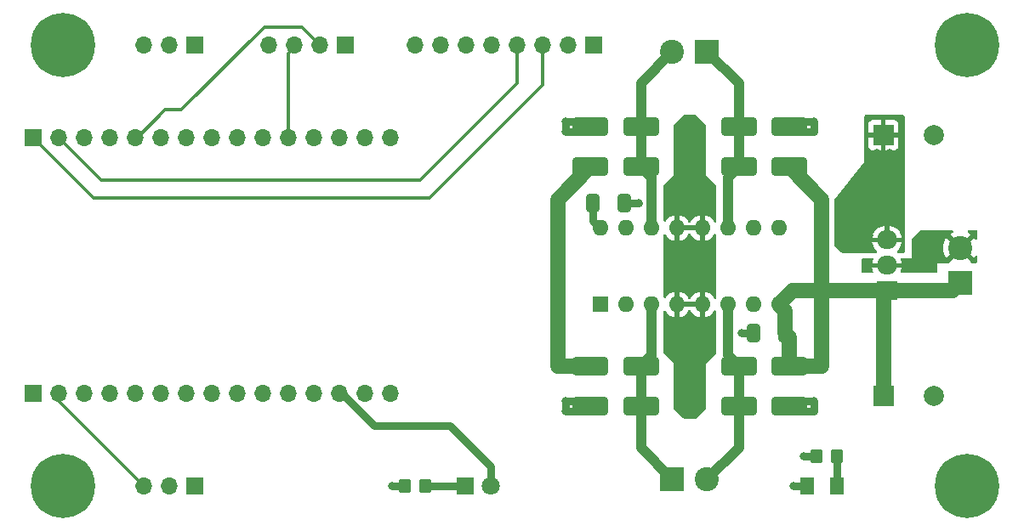
<source format=gbr>
%TF.GenerationSoftware,KiCad,Pcbnew,8.0.2*%
%TF.CreationDate,2024-05-31T22:22:53+03:00*%
%TF.ProjectId,mobrob,6d6f6272-6f62-42e6-9b69-6361645f7063,rev?*%
%TF.SameCoordinates,PX7bfa480PY6422c40*%
%TF.FileFunction,Copper,L1,Top*%
%TF.FilePolarity,Positive*%
%FSLAX46Y46*%
G04 Gerber Fmt 4.6, Leading zero omitted, Abs format (unit mm)*
G04 Created by KiCad (PCBNEW 8.0.2) date 2024-05-31 22:22:53*
%MOMM*%
%LPD*%
G01*
G04 APERTURE LIST*
G04 Aperture macros list*
%AMRoundRect*
0 Rectangle with rounded corners*
0 $1 Rounding radius*
0 $2 $3 $4 $5 $6 $7 $8 $9 X,Y pos of 4 corners*
0 Add a 4 corners polygon primitive as box body*
4,1,4,$2,$3,$4,$5,$6,$7,$8,$9,$2,$3,0*
0 Add four circle primitives for the rounded corners*
1,1,$1+$1,$2,$3*
1,1,$1+$1,$4,$5*
1,1,$1+$1,$6,$7*
1,1,$1+$1,$8,$9*
0 Add four rect primitives between the rounded corners*
20,1,$1+$1,$2,$3,$4,$5,0*
20,1,$1+$1,$4,$5,$6,$7,0*
20,1,$1+$1,$6,$7,$8,$9,0*
20,1,$1+$1,$8,$9,$2,$3,0*%
G04 Aperture macros list end*
%TA.AperFunction,ComponentPad*%
%ADD10R,2.400000X2.400000*%
%TD*%
%TA.AperFunction,ComponentPad*%
%ADD11C,2.400000*%
%TD*%
%TA.AperFunction,ComponentPad*%
%ADD12C,0.800000*%
%TD*%
%TA.AperFunction,ComponentPad*%
%ADD13C,6.400000*%
%TD*%
%TA.AperFunction,ComponentPad*%
%ADD14R,2.000000X2.000000*%
%TD*%
%TA.AperFunction,ComponentPad*%
%ADD15C,2.000000*%
%TD*%
%TA.AperFunction,SMDPad,CuDef*%
%ADD16RoundRect,0.250000X-1.500000X-0.650000X1.500000X-0.650000X1.500000X0.650000X-1.500000X0.650000X0*%
%TD*%
%TA.AperFunction,SMDPad,CuDef*%
%ADD17RoundRect,0.250000X0.412500X0.650000X-0.412500X0.650000X-0.412500X-0.650000X0.412500X-0.650000X0*%
%TD*%
%TA.AperFunction,ComponentPad*%
%ADD18R,1.800000X1.800000*%
%TD*%
%TA.AperFunction,ComponentPad*%
%ADD19C,1.800000*%
%TD*%
%TA.AperFunction,SMDPad,CuDef*%
%ADD20RoundRect,0.250000X0.350000X0.450000X-0.350000X0.450000X-0.350000X-0.450000X0.350000X-0.450000X0*%
%TD*%
%TA.AperFunction,SMDPad,CuDef*%
%ADD21RoundRect,0.250000X-0.412500X-0.650000X0.412500X-0.650000X0.412500X0.650000X-0.412500X0.650000X0*%
%TD*%
%TA.AperFunction,ComponentPad*%
%ADD22R,1.700000X1.700000*%
%TD*%
%TA.AperFunction,ComponentPad*%
%ADD23O,1.700000X1.700000*%
%TD*%
%TA.AperFunction,ComponentPad*%
%ADD24R,2.000000X1.905000*%
%TD*%
%TA.AperFunction,ComponentPad*%
%ADD25O,2.000000X1.905000*%
%TD*%
%TA.AperFunction,SMDPad,CuDef*%
%ADD26RoundRect,0.250000X1.500000X0.650000X-1.500000X0.650000X-1.500000X-0.650000X1.500000X-0.650000X0*%
%TD*%
%TA.AperFunction,SMDPad,CuDef*%
%ADD27RoundRect,0.250001X0.462499X0.624999X-0.462499X0.624999X-0.462499X-0.624999X0.462499X-0.624999X0*%
%TD*%
%TA.AperFunction,ComponentPad*%
%ADD28R,1.600000X1.600000*%
%TD*%
%TA.AperFunction,ComponentPad*%
%ADD29O,1.600000X1.600000*%
%TD*%
%TA.AperFunction,ViaPad*%
%ADD30C,0.800000*%
%TD*%
%TA.AperFunction,ViaPad*%
%ADD31C,1.200000*%
%TD*%
%TA.AperFunction,Conductor*%
%ADD32C,0.300000*%
%TD*%
%TA.AperFunction,Conductor*%
%ADD33C,1.500000*%
%TD*%
%TA.AperFunction,Conductor*%
%ADD34C,0.750000*%
%TD*%
%TA.AperFunction,Conductor*%
%ADD35C,1.000000*%
%TD*%
G04 APERTURE END LIST*
D10*
%TO.P,J2,1,Pin_1*%
%TO.N,Net-(D1-A)*%
X65600000Y5700000D03*
D11*
%TO.P,J2,2,Pin_2*%
%TO.N,Net-(D3-A)*%
X69100000Y5700000D03*
%TD*%
D12*
%TO.P,H3,1,1*%
%TO.N,GND*%
X92600000Y49000000D03*
X93302944Y50697056D03*
X93302944Y47302944D03*
X95000000Y51400000D03*
D13*
X95000000Y49000000D03*
D12*
X95000000Y46600000D03*
X96697056Y50697056D03*
X96697056Y47302944D03*
X97400000Y49000000D03*
%TD*%
D14*
%TO.P,C1,1*%
%TO.N,+12V*%
X86632323Y14000000D03*
D15*
%TO.P,C1,2*%
%TO.N,GND*%
X91632323Y14000000D03*
%TD*%
D12*
%TO.P,H2,1,1*%
%TO.N,GND*%
X92600000Y5000000D03*
X93302944Y6697056D03*
X93302944Y3302944D03*
X95000000Y7400000D03*
D13*
X95000000Y5000000D03*
D12*
X95000000Y2600000D03*
X96697056Y6697056D03*
X96697056Y3302944D03*
X97400000Y5000000D03*
%TD*%
D16*
%TO.P,D4,1,K*%
%TO.N,Net-(D3-A)*%
X72250000Y13000000D03*
%TO.P,D4,2,A*%
%TO.N,GND*%
X77250000Y13000000D03*
%TD*%
D17*
%TO.P,C4,1*%
%TO.N,+12V*%
X76875000Y20250000D03*
%TO.P,C4,2*%
%TO.N,GND*%
X73750000Y20250000D03*
%TD*%
D16*
%TO.P,D1,1,K*%
%TO.N,+12V*%
X57500000Y17000000D03*
%TO.P,D1,2,A*%
%TO.N,Net-(D1-A)*%
X62500000Y17000000D03*
%TD*%
D18*
%TO.P,D9,1,K*%
%TO.N,Net-(D9-K)*%
X45000000Y5000000D03*
D19*
%TO.P,D9,2,A*%
%TO.N,STATUS_LED*%
X47540000Y5000000D03*
%TD*%
D10*
%TO.P,J3,1,Pin_1*%
%TO.N,+12V*%
X94300000Y25250000D03*
D11*
%TO.P,J3,2,Pin_2*%
%TO.N,GND*%
X94300000Y28750000D03*
%TD*%
D20*
%TO.P,R2,1*%
%TO.N,Net-(D9-K)*%
X41000000Y5000000D03*
%TO.P,R2,2*%
%TO.N,GND*%
X39000000Y5000000D03*
%TD*%
D21*
%TO.P,C3,1*%
%TO.N,+5V*%
X57750000Y33250000D03*
%TO.P,C3,2*%
%TO.N,GND*%
X60875000Y33250000D03*
%TD*%
D22*
%TO.P,J8,1,VCC*%
%TO.N,+5V*%
X57780000Y49000000D03*
D23*
%TO.P,J8,2,GND*%
%TO.N,GND*%
X55240000Y49000000D03*
%TO.P,J8,3,SCL*%
%TO.N,IMU_SCL*%
X52700000Y49000000D03*
%TO.P,J8,4,SDA*%
%TO.N,IMU_SDA*%
X50160000Y49000000D03*
%TO.P,J8,5,XDA*%
%TO.N,unconnected-(J8-XDA-Pad5)*%
X47620000Y49000000D03*
%TO.P,J8,6,XCL*%
%TO.N,unconnected-(J8-XCL-Pad6)*%
X45080000Y49000000D03*
%TO.P,J8,7,AD0*%
%TO.N,unconnected-(J8-AD0-Pad7)*%
X42540000Y49000000D03*
%TO.P,J8,8,INT*%
%TO.N,unconnected-(J8-INT-Pad8)*%
X40000000Y49000000D03*
%TD*%
D10*
%TO.P,J1,1,Pin_1*%
%TO.N,Net-(D5-A)*%
X69100000Y48300000D03*
D11*
%TO.P,J1,2,Pin_2*%
%TO.N,Net-(D7-A)*%
X65600000Y48300000D03*
%TD*%
D24*
%TO.P,U2,1,IN*%
%TO.N,+12V*%
X87000000Y24460000D03*
D25*
%TO.P,U2,2,GND*%
%TO.N,GND*%
X87000000Y27000000D03*
%TO.P,U2,3,OUT*%
%TO.N,+5V*%
X87000000Y29540000D03*
%TD*%
D22*
%TO.P,J5,1,D23*%
%TO.N,IMU_SCL*%
X1980000Y39750000D03*
D23*
%TO.P,J5,2,D22*%
%TO.N,IMU_SDA*%
X4520000Y39750000D03*
%TO.P,J5,3,TX0*%
%TO.N,unconnected-(J5-TX0-Pad3)*%
X7060000Y39750000D03*
%TO.P,J5,4,RX0*%
%TO.N,unconnected-(J5-RX0-Pad4)*%
X9600000Y39750000D03*
%TO.P,J5,5,D21*%
%TO.N,UT_TRIG*%
X12140000Y39750000D03*
%TO.P,J5,6,D19*%
%TO.N,unconnected-(J5-D19-Pad6)*%
X14680000Y39750000D03*
%TO.P,J5,7,D18*%
%TO.N,unconnected-(J5-D18-Pad7)*%
X17220000Y39750000D03*
%TO.P,J5,8,D5*%
%TO.N,unconnected-(J5-D5-Pad8)*%
X19760000Y39750000D03*
%TO.P,J5,9,TX2*%
%TO.N,unconnected-(J5-TX2-Pad9)*%
X22300000Y39750000D03*
%TO.P,J5,10,RX2*%
%TO.N,unconnected-(J5-RX2-Pad10)*%
X24840000Y39750000D03*
%TO.P,J5,11,D4*%
%TO.N,UT_ECHO*%
X27380000Y39750000D03*
%TO.P,J5,12,D2*%
%TO.N,unconnected-(J5-D2-Pad12)*%
X29920000Y39750000D03*
%TO.P,J5,13,D15*%
%TO.N,unconnected-(J5-D15-Pad13)*%
X32460000Y39750000D03*
%TO.P,J5,14,GND*%
%TO.N,GND*%
X35000000Y39750000D03*
%TO.P,J5,15,3V3*%
%TO.N,+3.3V*%
X37540000Y39750000D03*
%TD*%
D26*
%TO.P,D3,1,K*%
%TO.N,+12V*%
X77250000Y17000000D03*
%TO.P,D3,2,A*%
%TO.N,Net-(D3-A)*%
X72250000Y17000000D03*
%TD*%
D12*
%TO.P,H4,1,1*%
%TO.N,GND*%
X2600000Y49000000D03*
X3302944Y50697056D03*
X3302944Y47302944D03*
X5000000Y51400000D03*
D13*
X5000000Y49000000D03*
D12*
X5000000Y46600000D03*
X6697056Y50697056D03*
X6697056Y47302944D03*
X7400000Y49000000D03*
%TD*%
D26*
%TO.P,D2,1,K*%
%TO.N,Net-(D1-A)*%
X62500000Y13000000D03*
%TO.P,D2,2,A*%
%TO.N,GND*%
X57500000Y13000000D03*
%TD*%
%TO.P,D8,1,K*%
%TO.N,Net-(D7-A)*%
X62500000Y40840000D03*
%TO.P,D8,2,A*%
%TO.N,GND*%
X57500000Y40840000D03*
%TD*%
D27*
%TO.P,D10,1,K*%
%TO.N,Net-(D10-K)*%
X81987500Y5000000D03*
%TO.P,D10,2,A*%
%TO.N,+5V*%
X79012500Y5000000D03*
%TD*%
D28*
%TO.P,U1,1,EN1\u002C2*%
%TO.N,EN1\u002C2*%
X58460000Y23130000D03*
D29*
%TO.P,U1,2,1A*%
%TO.N,1A*%
X61000000Y23130000D03*
%TO.P,U1,3,1Y*%
%TO.N,Net-(D1-A)*%
X63540000Y23130000D03*
%TO.P,U1,4,GND*%
%TO.N,GND*%
X66080000Y23130000D03*
%TO.P,U1,5,GND*%
X68620000Y23130000D03*
%TO.P,U1,6,2Y*%
%TO.N,Net-(D3-A)*%
X71160000Y23130000D03*
%TO.P,U1,7,2A*%
%TO.N,2A*%
X73700000Y23130000D03*
%TO.P,U1,8,VCC2*%
%TO.N,+12V*%
X76240000Y23130000D03*
%TO.P,U1,9,EN3\u002C4*%
%TO.N,EN3\u002C4*%
X76240000Y30750000D03*
%TO.P,U1,10,3A*%
%TO.N,3A*%
X73700000Y30750000D03*
%TO.P,U1,11,3Y*%
%TO.N,Net-(D5-A)*%
X71160000Y30750000D03*
%TO.P,U1,12,GND*%
%TO.N,GND*%
X68620000Y30750000D03*
%TO.P,U1,13,GND*%
X66080000Y30750000D03*
%TO.P,U1,14,4Y*%
%TO.N,Net-(D7-A)*%
X63540000Y30750000D03*
%TO.P,U1,15,4A*%
%TO.N,4A*%
X61000000Y30750000D03*
%TO.P,U1,16,VCC1*%
%TO.N,+5V*%
X58460000Y30750000D03*
%TD*%
D22*
%TO.P,J6,1,VCC*%
%TO.N,+3.3V*%
X18080000Y5000000D03*
D23*
%TO.P,J6,2,GND*%
%TO.N,GND*%
X15540000Y5000000D03*
%TO.P,J6,3,OUT*%
%TO.N,LHALL*%
X13000000Y5000000D03*
%TD*%
D14*
%TO.P,C2,1*%
%TO.N,+5V*%
X86632323Y40000000D03*
D15*
%TO.P,C2,2*%
%TO.N,GND*%
X91632323Y40000000D03*
%TD*%
D12*
%TO.P,H1,1,1*%
%TO.N,GND*%
X2600000Y5000000D03*
X3302944Y6697056D03*
X3302944Y3302944D03*
X5000000Y7400000D03*
D13*
X5000000Y5000000D03*
D12*
X5000000Y2600000D03*
X6697056Y6697056D03*
X6697056Y3302944D03*
X7400000Y5000000D03*
%TD*%
D23*
%TO.P,J4,15,VIN*%
%TO.N,+5V*%
X37560000Y14250000D03*
%TO.P,J4,14,GND*%
%TO.N,GND*%
X35020000Y14250000D03*
%TO.P,J4,13,D13*%
%TO.N,STATUS_LED*%
X32480000Y14250000D03*
%TO.P,J4,12,D12*%
%TO.N,unconnected-(J4-D12-Pad12)*%
X29940000Y14250000D03*
%TO.P,J4,11,D14*%
%TO.N,EN1\u002C2*%
X27400000Y14250000D03*
%TO.P,J4,10,D27*%
%TO.N,1A*%
X24860000Y14250000D03*
%TO.P,J4,9,D26*%
%TO.N,2A*%
X22320000Y14250000D03*
%TO.P,J4,8,D25*%
%TO.N,EN3\u002C4*%
X19780000Y14250000D03*
%TO.P,J4,7,D33*%
%TO.N,3A*%
X17240000Y14250000D03*
%TO.P,J4,6,D32*%
%TO.N,4A*%
X14700000Y14250000D03*
%TO.P,J4,5,D35*%
%TO.N,unconnected-(J4-D35-Pad5)*%
X12160000Y14250000D03*
%TO.P,J4,4,D34*%
%TO.N,unconnected-(J4-D34-Pad4)*%
X9620000Y14250000D03*
%TO.P,J4,3,VN*%
%TO.N,RHALL*%
X7080000Y14250000D03*
%TO.P,J4,2,VP*%
%TO.N,LHALL*%
X4540000Y14250000D03*
D22*
%TO.P,J4,1,EN*%
%TO.N,unconnected-(J4-EN-Pad1)*%
X2000000Y14250000D03*
%TD*%
%TO.P,J7,1,VCC*%
%TO.N,+3.3V*%
X18080000Y49000000D03*
D23*
%TO.P,J7,2,GND*%
%TO.N,GND*%
X15540000Y49000000D03*
%TO.P,J7,3,OUT*%
%TO.N,RHALL*%
X13000000Y49000000D03*
%TD*%
D16*
%TO.P,D6,1,K*%
%TO.N,Net-(D5-A)*%
X72250000Y40840000D03*
%TO.P,D6,2,A*%
%TO.N,GND*%
X77250000Y40840000D03*
%TD*%
%TO.P,D7,1,K*%
%TO.N,+12V*%
X57500000Y36840000D03*
%TO.P,D7,2,A*%
%TO.N,Net-(D7-A)*%
X62500000Y36840000D03*
%TD*%
D20*
%TO.P,R1,1*%
%TO.N,Net-(D10-K)*%
X81987500Y8000000D03*
%TO.P,R1,2*%
%TO.N,GND*%
X79987500Y8000000D03*
%TD*%
D22*
%TO.P,J9,1,VCC*%
%TO.N,+5V*%
X33080000Y49000000D03*
D23*
%TO.P,J9,2,TRIG*%
%TO.N,UT_TRIG*%
X30540000Y49000000D03*
%TO.P,J9,3,ECHO*%
%TO.N,UT_ECHO*%
X28000000Y49000000D03*
%TO.P,J9,4,GND*%
%TO.N,GND*%
X25460000Y49000000D03*
%TD*%
D26*
%TO.P,D5,1,K*%
%TO.N,+12V*%
X77250000Y36840000D03*
%TO.P,D5,2,A*%
%TO.N,Net-(D5-A)*%
X72250000Y36840000D03*
%TD*%
D30*
%TO.N,GND*%
X62250000Y33250000D03*
X85250000Y27000000D03*
X55000000Y13500000D03*
X92000000Y28750000D03*
X66750000Y25000000D03*
X79750000Y13500000D03*
X68000000Y28750000D03*
X69250000Y20250000D03*
X79750000Y12500000D03*
X65500000Y32500000D03*
X55000000Y40340000D03*
X66750000Y40250000D03*
X92000000Y27750000D03*
X88750000Y27000000D03*
X69250000Y21500000D03*
X55000000Y41340000D03*
X72500000Y20250000D03*
X69250000Y28750000D03*
X69250000Y32500000D03*
X79750000Y41340000D03*
X65500000Y28750000D03*
X66750000Y21500000D03*
X65500000Y25000000D03*
X92000000Y29750000D03*
X68000000Y20250000D03*
X66750000Y28750000D03*
X68000000Y21500000D03*
X69250000Y25000000D03*
X68000000Y13500000D03*
X55000000Y12500000D03*
X68000000Y25000000D03*
X68000000Y40250000D03*
X37750000Y5000000D03*
X66750000Y32500000D03*
X65500000Y33750000D03*
X68000000Y32500000D03*
X79750000Y40340000D03*
X68000000Y33750000D03*
X78737500Y8000000D03*
X65500000Y21500000D03*
X69250000Y33750000D03*
X65500000Y20250000D03*
X66750000Y13500000D03*
X66750000Y20250000D03*
X66750000Y33750000D03*
%TO.N,+5V*%
X87250000Y37250000D03*
X84250000Y29000000D03*
X87500000Y31250000D03*
X87500000Y32250000D03*
X84250000Y30000000D03*
X85250000Y29000000D03*
X87250000Y38250000D03*
X86000000Y37250000D03*
X85250000Y30000000D03*
X86000000Y38250000D03*
X86500000Y31250000D03*
X86500000Y32250000D03*
X77737500Y5000000D03*
D31*
%TO.N,+12V*%
X54250000Y17000000D03*
X80500000Y17000000D03*
%TD*%
D32*
%TO.N,UT_ECHO*%
X27380000Y48130000D02*
X27380000Y39750000D01*
X28000000Y48750000D02*
X27380000Y48130000D01*
X28000000Y49000000D02*
X28000000Y48750000D01*
%TO.N,IMU_SCL*%
X7980000Y33750000D02*
X1980000Y39750000D01*
X41500000Y33750000D02*
X7980000Y33750000D01*
X52700000Y49000000D02*
X52700000Y44950000D01*
X52700000Y44950000D02*
X41500000Y33750000D01*
%TO.N,IMU_SDA*%
X40500000Y35500000D02*
X8770000Y35500000D01*
X50160000Y45160000D02*
X40500000Y35500000D01*
X8770000Y35500000D02*
X4520000Y39750000D01*
X50160000Y49000000D02*
X50160000Y45160000D01*
%TO.N,LHALL*%
X4540000Y13460000D02*
X4540000Y14250000D01*
X13000000Y5000000D02*
X4540000Y13460000D01*
D33*
%TO.N,+12V*%
X76875000Y22495000D02*
X76240000Y23130000D01*
X76875000Y20250000D02*
X76875000Y22495000D01*
X77250000Y19875000D02*
X76875000Y20250000D01*
X77250000Y17000000D02*
X77250000Y19875000D01*
X80500000Y17000000D02*
X77250000Y17000000D01*
X77570000Y24460000D02*
X76240000Y23130000D01*
X87000000Y24460000D02*
X77570000Y24460000D01*
D34*
%TO.N,GND*%
X72500000Y20250000D02*
X73750000Y20250000D01*
X77750000Y40340000D02*
X77250000Y40840000D01*
X57000000Y12500000D02*
X57500000Y13000000D01*
X55000000Y12500000D02*
X57000000Y12500000D01*
X57000000Y41340000D02*
X57500000Y40840000D01*
X79750000Y40340000D02*
X79750000Y41340000D01*
X55000000Y13500000D02*
X57000000Y13500000D01*
X77750000Y41340000D02*
X77250000Y40840000D01*
X55000000Y40340000D02*
X57000000Y40340000D01*
X77750000Y12500000D02*
X77250000Y13000000D01*
X79750000Y12500000D02*
X77750000Y12500000D01*
X62250000Y33250000D02*
X60875000Y33250000D01*
X37750000Y5000000D02*
X39000000Y5000000D01*
X79750000Y12500000D02*
X79750000Y13500000D01*
X79750000Y13500000D02*
X77750000Y13500000D01*
X57000000Y40340000D02*
X57500000Y40840000D01*
X55000000Y12500000D02*
X55000000Y13500000D01*
X78737500Y8000000D02*
X79987500Y8000000D01*
X77750000Y13500000D02*
X77250000Y13000000D01*
X55000000Y40340000D02*
X55000000Y41340000D01*
X55000000Y41340000D02*
X57000000Y41340000D01*
X79750000Y41340000D02*
X77750000Y41340000D01*
X57000000Y13500000D02*
X57500000Y13000000D01*
X79750000Y40340000D02*
X77750000Y40340000D01*
%TO.N,+5V*%
X57750000Y33250000D02*
X57750000Y31460000D01*
X57750000Y31460000D02*
X58460000Y30750000D01*
X77737500Y5000000D02*
X79012500Y5000000D01*
D33*
%TO.N,+12V*%
X77250000Y36840000D02*
X80500000Y33590000D01*
X54250000Y33590000D02*
X54250000Y17000000D01*
X57500000Y36840000D02*
X54250000Y33590000D01*
X86632323Y14000000D02*
X86632323Y24092323D01*
X87000000Y24460000D02*
X93510000Y24460000D01*
X86632323Y24092323D02*
X87000000Y24460000D01*
X57500000Y17000000D02*
X54250000Y17000000D01*
X93510000Y24460000D02*
X94300000Y25250000D01*
X80500000Y33590000D02*
X80500000Y17000000D01*
D35*
%TO.N,Net-(D1-A)*%
X62500000Y13000000D02*
X62500000Y8800000D01*
X63540000Y18040000D02*
X62500000Y17000000D01*
X62500000Y8800000D02*
X65600000Y5700000D01*
X63540000Y23130000D02*
X63540000Y18040000D01*
X62500000Y17000000D02*
X62500000Y13000000D01*
%TO.N,Net-(D3-A)*%
X72250000Y13000000D02*
X72250000Y8850000D01*
X71160000Y23130000D02*
X71160000Y18090000D01*
X72250000Y8850000D02*
X69100000Y5700000D01*
X72250000Y17000000D02*
X72250000Y13000000D01*
X71160000Y18090000D02*
X72250000Y17000000D01*
%TO.N,Net-(D5-A)*%
X71160000Y30750000D02*
X71160000Y35750000D01*
X72250000Y40000000D02*
X72250000Y45150000D01*
X72250000Y36840000D02*
X72250000Y40840000D01*
X71160000Y35750000D02*
X72250000Y36840000D01*
X72250000Y45150000D02*
X69100000Y48300000D01*
%TO.N,Net-(D7-A)*%
X63540000Y35800000D02*
X63540000Y30750000D01*
X62500000Y45200000D02*
X65600000Y48300000D01*
X62500000Y40000000D02*
X62500000Y45200000D01*
X62500000Y36840000D02*
X63540000Y35800000D01*
X62500000Y36840000D02*
X62500000Y40840000D01*
D34*
%TO.N,STATUS_LED*%
X35980000Y11000000D02*
X43500000Y11000000D01*
X47540000Y6960000D02*
X47540000Y5000000D01*
X32480000Y14500000D02*
X35980000Y11000000D01*
X43500000Y11000000D02*
X47540000Y6960000D01*
%TO.N,Net-(D9-K)*%
X45000000Y5000000D02*
X41000000Y5000000D01*
%TO.N,Net-(D10-K)*%
X81987500Y5000000D02*
X81987500Y8000000D01*
D32*
%TO.N,UT_TRIG*%
X28790000Y50750000D02*
X30540000Y49000000D01*
X25000000Y50750000D02*
X28790000Y50750000D01*
X16750000Y42500000D02*
X25000000Y50750000D01*
X15160000Y42500000D02*
X16750000Y42500000D01*
X12160000Y39500000D02*
X15160000Y42500000D01*
%TD*%
%TA.AperFunction,Conductor*%
%TO.N,+5V*%
G36*
X88693039Y41980315D02*
G01*
X88738794Y41927511D01*
X88750000Y41876000D01*
X88750000Y28374000D01*
X88730315Y28306961D01*
X88677511Y28261206D01*
X88626000Y28250000D01*
X88111007Y28250000D01*
X88043968Y28269685D01*
X87998213Y28322489D01*
X87988269Y28391647D01*
X88017294Y28455203D01*
X88023326Y28461681D01*
X88155402Y28593758D01*
X88289788Y28778724D01*
X88393582Y28982430D01*
X88464234Y29199872D01*
X88478509Y29290000D01*
X87490748Y29290000D01*
X87512518Y29327708D01*
X87550000Y29467591D01*
X87550000Y29612409D01*
X87512518Y29752292D01*
X87490748Y29790000D01*
X88478509Y29790000D01*
X88464234Y29880129D01*
X88393582Y30097571D01*
X88289788Y30301277D01*
X88155402Y30486243D01*
X87993742Y30647903D01*
X87808776Y30782289D01*
X87605068Y30886083D01*
X87387625Y30956735D01*
X87387626Y30956735D01*
X87250000Y30978533D01*
X87250000Y30030748D01*
X87212292Y30052518D01*
X87072409Y30090000D01*
X86927591Y30090000D01*
X86787708Y30052518D01*
X86750000Y30030748D01*
X86750000Y30978533D01*
X86612374Y30956735D01*
X86394931Y30886083D01*
X86191223Y30782289D01*
X86006257Y30647903D01*
X85844597Y30486243D01*
X85710211Y30301277D01*
X85606417Y30097571D01*
X85535765Y29880129D01*
X85521491Y29790000D01*
X86509252Y29790000D01*
X86487482Y29752292D01*
X86450000Y29612409D01*
X86450000Y29467591D01*
X86487482Y29327708D01*
X86509252Y29290000D01*
X85521491Y29290000D01*
X85535765Y29199872D01*
X85606417Y28982430D01*
X85710211Y28778724D01*
X85844597Y28593758D01*
X85976674Y28461681D01*
X86010159Y28400358D01*
X86005175Y28330666D01*
X85963303Y28274733D01*
X85897839Y28250316D01*
X85888993Y28250000D01*
X82551362Y28250000D01*
X82484323Y28269685D01*
X82463681Y28286319D01*
X81786819Y28963181D01*
X81753334Y29024504D01*
X81750500Y29050862D01*
X81750500Y33457128D01*
X81770185Y33524167D01*
X81777672Y33534590D01*
X84750000Y37250000D01*
X84750000Y41047845D01*
X85132323Y41047845D01*
X85132323Y40250000D01*
X86199311Y40250000D01*
X86166398Y40192993D01*
X86132323Y40065826D01*
X86132323Y39934174D01*
X86166398Y39807007D01*
X86199311Y39750000D01*
X85132323Y39750000D01*
X85132323Y38952156D01*
X85138724Y38892628D01*
X85138726Y38892621D01*
X85188968Y38757914D01*
X85188972Y38757907D01*
X85275132Y38642813D01*
X85275135Y38642810D01*
X85390229Y38556650D01*
X85390236Y38556646D01*
X85524943Y38506404D01*
X85524950Y38506402D01*
X85584478Y38500001D01*
X85584495Y38500000D01*
X86382323Y38500000D01*
X86382323Y39566988D01*
X86439330Y39534075D01*
X86566497Y39500000D01*
X86698149Y39500000D01*
X86825316Y39534075D01*
X86882323Y39566988D01*
X86882323Y38500000D01*
X87680151Y38500000D01*
X87680167Y38500001D01*
X87739695Y38506402D01*
X87739702Y38506404D01*
X87874409Y38556646D01*
X87874416Y38556650D01*
X87989510Y38642810D01*
X87989513Y38642813D01*
X88075673Y38757907D01*
X88075677Y38757914D01*
X88125919Y38892621D01*
X88125921Y38892628D01*
X88132322Y38952156D01*
X88132323Y38952173D01*
X88132323Y39750000D01*
X87065335Y39750000D01*
X87098248Y39807007D01*
X87132323Y39934174D01*
X87132323Y40065826D01*
X87098248Y40192993D01*
X87065335Y40250000D01*
X88132323Y40250000D01*
X88132323Y41047828D01*
X88132322Y41047845D01*
X88125921Y41107373D01*
X88125919Y41107380D01*
X88075677Y41242087D01*
X88075673Y41242094D01*
X87989513Y41357188D01*
X87989510Y41357191D01*
X87874416Y41443351D01*
X87874409Y41443355D01*
X87739702Y41493597D01*
X87739695Y41493599D01*
X87680167Y41500000D01*
X86882323Y41500000D01*
X86882323Y40433012D01*
X86825316Y40465925D01*
X86698149Y40500000D01*
X86566497Y40500000D01*
X86439330Y40465925D01*
X86382323Y40433012D01*
X86382323Y41500000D01*
X85584478Y41500000D01*
X85524950Y41493599D01*
X85524943Y41493597D01*
X85390236Y41443355D01*
X85390229Y41443351D01*
X85275135Y41357191D01*
X85275132Y41357188D01*
X85188972Y41242094D01*
X85188968Y41242087D01*
X85138726Y41107380D01*
X85138724Y41107373D01*
X85132323Y41047845D01*
X84750000Y41047845D01*
X84750000Y41876000D01*
X84769685Y41943039D01*
X84822489Y41988794D01*
X84874000Y42000000D01*
X88626000Y42000000D01*
X88693039Y41980315D01*
G37*
%TD.AperFunction*%
%TD*%
%TA.AperFunction,Conductor*%
%TO.N,GND*%
G36*
X68870000Y21851128D02*
G01*
X69066317Y21903731D01*
X69066326Y21903735D01*
X69272482Y21999866D01*
X69458820Y22130343D01*
X69619657Y22291180D01*
X69750132Y22477516D01*
X69763617Y22506434D01*
X69809789Y22558873D01*
X69876983Y22578026D01*
X69943864Y22557811D01*
X69989199Y22504646D01*
X70000000Y22454030D01*
X70000000Y18301362D01*
X69980315Y18234323D01*
X69963681Y18213681D01*
X69000000Y17250001D01*
X69000000Y12801362D01*
X68980315Y12734323D01*
X68963681Y12713681D01*
X68036319Y11786319D01*
X67974996Y11752834D01*
X67948638Y11750000D01*
X66801362Y11750000D01*
X66734323Y11769685D01*
X66713681Y11786319D01*
X65786319Y12713681D01*
X65752834Y12775004D01*
X65750000Y12801362D01*
X65750000Y17250000D01*
X64786319Y18213681D01*
X64752834Y18275004D01*
X64750000Y18301362D01*
X64750000Y22369678D01*
X64769685Y22436717D01*
X64822489Y22482472D01*
X64891647Y22492416D01*
X64955203Y22463391D01*
X64975575Y22440802D01*
X65080342Y22291180D01*
X65241179Y22130343D01*
X65427517Y21999866D01*
X65633673Y21903735D01*
X65633682Y21903731D01*
X65829999Y21851128D01*
X65830000Y21851129D01*
X65830000Y22814314D01*
X65834394Y22809920D01*
X65925606Y22757259D01*
X66027339Y22730000D01*
X66132661Y22730000D01*
X66234394Y22757259D01*
X66325606Y22809920D01*
X66330000Y22814314D01*
X66330000Y21851128D01*
X66526317Y21903731D01*
X66526326Y21903735D01*
X66732482Y21999866D01*
X66918820Y22130343D01*
X67079657Y22291180D01*
X67210134Y22477519D01*
X67210135Y22477521D01*
X67237618Y22536457D01*
X67283790Y22588897D01*
X67350983Y22608049D01*
X67417864Y22587834D01*
X67462382Y22536457D01*
X67489864Y22477521D01*
X67489865Y22477519D01*
X67620342Y22291180D01*
X67781179Y22130343D01*
X67967517Y21999866D01*
X68173673Y21903735D01*
X68173682Y21903731D01*
X68369999Y21851128D01*
X68370000Y21851129D01*
X68370000Y22814314D01*
X68374394Y22809920D01*
X68465606Y22757259D01*
X68567339Y22730000D01*
X68672661Y22730000D01*
X68774394Y22757259D01*
X68865606Y22809920D01*
X68870000Y22814314D01*
X68870000Y21851128D01*
G37*
%TD.AperFunction*%
%TA.AperFunction,Conductor*%
G36*
X68299920Y23375606D02*
G01*
X68247259Y23284394D01*
X68220000Y23182661D01*
X68220000Y23077339D01*
X68247259Y22975606D01*
X68299920Y22884394D01*
X68304314Y22880000D01*
X66395686Y22880000D01*
X66400080Y22884394D01*
X66452741Y22975606D01*
X66480000Y23077339D01*
X66480000Y23182661D01*
X66452741Y23284394D01*
X66400080Y23375606D01*
X66395686Y23380000D01*
X68304314Y23380000D01*
X68299920Y23375606D01*
G37*
%TD.AperFunction*%
%TA.AperFunction,Conductor*%
G36*
X68870000Y29471128D02*
G01*
X69066317Y29523731D01*
X69066326Y29523735D01*
X69272482Y29619866D01*
X69458820Y29750343D01*
X69619657Y29911180D01*
X69750132Y30097516D01*
X69763617Y30126434D01*
X69809789Y30178873D01*
X69876983Y30198026D01*
X69943864Y30177811D01*
X69989199Y30124646D01*
X70000000Y30074030D01*
X70000000Y23805971D01*
X69980315Y23738932D01*
X69927511Y23693177D01*
X69858353Y23683233D01*
X69794797Y23712258D01*
X69763618Y23753566D01*
X69750134Y23782483D01*
X69619657Y23968821D01*
X69458820Y24129658D01*
X69272482Y24260135D01*
X69066328Y24356266D01*
X68870000Y24408873D01*
X68870000Y23445686D01*
X68865606Y23450080D01*
X68774394Y23502741D01*
X68672661Y23530000D01*
X68567339Y23530000D01*
X68465606Y23502741D01*
X68374394Y23450080D01*
X68370000Y23445686D01*
X68370000Y24408873D01*
X68173671Y24356266D01*
X67967517Y24260135D01*
X67781179Y24129658D01*
X67620342Y23968821D01*
X67489865Y23782483D01*
X67462382Y23723543D01*
X67416210Y23671104D01*
X67349016Y23651952D01*
X67282135Y23672168D01*
X67237618Y23723543D01*
X67210134Y23782483D01*
X67079657Y23968821D01*
X66918820Y24129658D01*
X66732482Y24260135D01*
X66526328Y24356266D01*
X66330000Y24408873D01*
X66330000Y23445686D01*
X66325606Y23450080D01*
X66234394Y23502741D01*
X66132661Y23530000D01*
X66027339Y23530000D01*
X65925606Y23502741D01*
X65834394Y23450080D01*
X65830000Y23445686D01*
X65830000Y24408873D01*
X65633671Y24356266D01*
X65427517Y24260135D01*
X65241179Y24129658D01*
X65080338Y23968817D01*
X64975574Y23819199D01*
X64920997Y23775574D01*
X64851499Y23768382D01*
X64789144Y23799904D01*
X64753731Y23860135D01*
X64750000Y23890323D01*
X64750000Y29989678D01*
X64769685Y30056717D01*
X64822489Y30102472D01*
X64891647Y30112416D01*
X64955203Y30083391D01*
X64975575Y30060802D01*
X65080342Y29911180D01*
X65241179Y29750343D01*
X65427517Y29619866D01*
X65633673Y29523735D01*
X65633682Y29523731D01*
X65829999Y29471128D01*
X65830000Y29471129D01*
X65830000Y30434314D01*
X65834394Y30429920D01*
X65925606Y30377259D01*
X66027339Y30350000D01*
X66132661Y30350000D01*
X66234394Y30377259D01*
X66325606Y30429920D01*
X66330000Y30434314D01*
X66330000Y29471128D01*
X66526317Y29523731D01*
X66526326Y29523735D01*
X66732482Y29619866D01*
X66918820Y29750343D01*
X67079657Y29911180D01*
X67210134Y30097519D01*
X67210135Y30097521D01*
X67237618Y30156457D01*
X67283790Y30208897D01*
X67350983Y30228049D01*
X67417864Y30207834D01*
X67462382Y30156457D01*
X67489864Y30097521D01*
X67489865Y30097519D01*
X67620342Y29911180D01*
X67781179Y29750343D01*
X67967517Y29619866D01*
X68173673Y29523735D01*
X68173682Y29523731D01*
X68369999Y29471128D01*
X68370000Y29471129D01*
X68370000Y30434314D01*
X68374394Y30429920D01*
X68465606Y30377259D01*
X68567339Y30350000D01*
X68672661Y30350000D01*
X68774394Y30377259D01*
X68865606Y30429920D01*
X68870000Y30434314D01*
X68870000Y29471128D01*
G37*
%TD.AperFunction*%
%TA.AperFunction,Conductor*%
G36*
X68299920Y30995606D02*
G01*
X68247259Y30904394D01*
X68220000Y30802661D01*
X68220000Y30697339D01*
X68247259Y30595606D01*
X68299920Y30504394D01*
X68304314Y30500000D01*
X66395686Y30500000D01*
X66400080Y30504394D01*
X66452741Y30595606D01*
X66480000Y30697339D01*
X66480000Y30802661D01*
X66452741Y30904394D01*
X66400080Y30995606D01*
X66395686Y31000000D01*
X68304314Y31000000D01*
X68299920Y30995606D01*
G37*
%TD.AperFunction*%
%TA.AperFunction,Conductor*%
G36*
X68015677Y41980315D02*
G01*
X68036319Y41963681D01*
X68963681Y41036319D01*
X68997166Y40974996D01*
X69000000Y40948638D01*
X69000000Y36000000D01*
X69963681Y35036319D01*
X69997166Y34974996D01*
X70000000Y34948638D01*
X70000000Y31425971D01*
X69980315Y31358932D01*
X69927511Y31313177D01*
X69858353Y31303233D01*
X69794797Y31332258D01*
X69763618Y31373566D01*
X69750134Y31402483D01*
X69619657Y31588821D01*
X69458820Y31749658D01*
X69272482Y31880135D01*
X69066328Y31976266D01*
X68870000Y32028873D01*
X68870000Y31065686D01*
X68865606Y31070080D01*
X68774394Y31122741D01*
X68672661Y31150000D01*
X68567339Y31150000D01*
X68465606Y31122741D01*
X68374394Y31070080D01*
X68370000Y31065686D01*
X68370000Y32028873D01*
X68173671Y31976266D01*
X67967517Y31880135D01*
X67781179Y31749658D01*
X67620342Y31588821D01*
X67489865Y31402483D01*
X67462382Y31343543D01*
X67416210Y31291104D01*
X67349016Y31271952D01*
X67282135Y31292168D01*
X67237618Y31343543D01*
X67210134Y31402483D01*
X67079657Y31588821D01*
X66918820Y31749658D01*
X66732482Y31880135D01*
X66526328Y31976266D01*
X66330000Y32028873D01*
X66330000Y31065686D01*
X66325606Y31070080D01*
X66234394Y31122741D01*
X66132661Y31150000D01*
X66027339Y31150000D01*
X65925606Y31122741D01*
X65834394Y31070080D01*
X65830000Y31065686D01*
X65830000Y32028873D01*
X65633671Y31976266D01*
X65427517Y31880135D01*
X65241179Y31749658D01*
X65080338Y31588817D01*
X64975574Y31439199D01*
X64920997Y31395574D01*
X64851499Y31388382D01*
X64789144Y31419904D01*
X64753731Y31480135D01*
X64750000Y31510323D01*
X64750000Y34948638D01*
X64769685Y35015677D01*
X64786319Y35036319D01*
X65750000Y36000000D01*
X65750000Y40948638D01*
X65769685Y41015677D01*
X65786319Y41036319D01*
X66713681Y41963681D01*
X66775004Y41997166D01*
X66801362Y42000000D01*
X67948638Y42000000D01*
X68015677Y41980315D01*
G37*
%TD.AperFunction*%
%TD*%
%TA.AperFunction,Conductor*%
%TO.N,GND*%
G36*
X85569155Y27730315D02*
G01*
X85614910Y27677511D01*
X85624854Y27608353D01*
X85612601Y27569705D01*
X85606417Y27557571D01*
X85535765Y27340129D01*
X85521491Y27250000D01*
X86509252Y27250000D01*
X86487482Y27212292D01*
X86450000Y27072409D01*
X86450000Y26927591D01*
X86487482Y26787708D01*
X86509252Y26750000D01*
X85521491Y26750000D01*
X85535765Y26659872D01*
X85606417Y26442430D01*
X85612601Y26430295D01*
X85625497Y26361626D01*
X85599221Y26296885D01*
X85542114Y26256628D01*
X85502116Y26250000D01*
X84624000Y26250000D01*
X84556961Y26269685D01*
X84511206Y26322489D01*
X84500000Y26374000D01*
X84500000Y27626000D01*
X84519685Y27693039D01*
X84572489Y27738794D01*
X84624000Y27750000D01*
X85502116Y27750000D01*
X85569155Y27730315D01*
G37*
%TD.AperFunction*%
%TA.AperFunction,Conductor*%
G36*
X93539571Y30480315D02*
G01*
X93585326Y30427511D01*
X93595270Y30358353D01*
X93566245Y30294797D01*
X93526333Y30264280D01*
X93447622Y30226375D01*
X93447609Y30226368D01*
X93286813Y30116741D01*
X94088941Y29314613D01*
X94068409Y29309111D01*
X93931592Y29230119D01*
X93819881Y29118408D01*
X93740889Y28981591D01*
X93735387Y28961059D01*
X92933452Y29762994D01*
X92891457Y29710333D01*
X92764058Y29489672D01*
X92670973Y29252495D01*
X92670968Y29252478D01*
X92614273Y29004080D01*
X92595233Y28750005D01*
X92595233Y28749996D01*
X92614273Y28495921D01*
X92670968Y28247523D01*
X92670973Y28247506D01*
X92764058Y28010329D01*
X92764057Y28010329D01*
X92891454Y27789673D01*
X92891461Y27789662D01*
X92933452Y27737009D01*
X92933453Y27737008D01*
X93735387Y28538942D01*
X93740889Y28518409D01*
X93819881Y28381592D01*
X93931592Y28269881D01*
X94068409Y28190889D01*
X94088940Y28185388D01*
X93285984Y27382433D01*
X93273257Y27316992D01*
X93224955Y27266507D01*
X93163138Y27250000D01*
X92000000Y27250000D01*
X92000000Y26374000D01*
X91980315Y26306961D01*
X91927511Y26261206D01*
X91876000Y26250000D01*
X88497884Y26250000D01*
X88430845Y26269685D01*
X88385090Y26322489D01*
X88375146Y26391647D01*
X88387399Y26430295D01*
X88393582Y26442430D01*
X88464234Y26659872D01*
X88478509Y26750000D01*
X87490748Y26750000D01*
X87512518Y26787708D01*
X87550000Y26927591D01*
X87550000Y27072409D01*
X87512518Y27212292D01*
X87490748Y27250000D01*
X88478509Y27250000D01*
X88464234Y27340129D01*
X88393582Y27557571D01*
X88387399Y27569705D01*
X88374503Y27638374D01*
X88400779Y27703115D01*
X88457886Y27743372D01*
X88497884Y27750000D01*
X89500000Y27750000D01*
X89500000Y29698638D01*
X89519685Y29765677D01*
X89536319Y29786319D01*
X90213681Y30463681D01*
X90275004Y30497166D01*
X90301362Y30500000D01*
X93472532Y30500000D01*
X93539571Y30480315D01*
G37*
%TD.AperFunction*%
%TA.AperFunction,Conductor*%
G36*
X95666544Y27737008D02*
G01*
X95666546Y27737009D01*
X95708544Y27789670D01*
X95768613Y27893712D01*
X95819180Y27941927D01*
X95887787Y27955151D01*
X95952651Y27929183D01*
X95993180Y27872269D01*
X96000000Y27831712D01*
X96000000Y27374000D01*
X95980315Y27306961D01*
X95927511Y27261206D01*
X95876000Y27250000D01*
X95436861Y27250000D01*
X95369822Y27269685D01*
X95324067Y27322489D01*
X95313918Y27382529D01*
X94511060Y28185388D01*
X94531591Y28190889D01*
X94668408Y28269881D01*
X94780119Y28381592D01*
X94859111Y28518409D01*
X94864612Y28538941D01*
X95666544Y27737008D01*
G37*
%TD.AperFunction*%
%TA.AperFunction,Conductor*%
G36*
X95943039Y30480315D02*
G01*
X95988794Y30427511D01*
X96000000Y30376000D01*
X96000000Y29668289D01*
X95980315Y29601250D01*
X95927511Y29555495D01*
X95858353Y29545551D01*
X95794797Y29574576D01*
X95768613Y29606288D01*
X95708543Y29710331D01*
X95666545Y29762994D01*
X94864612Y28961061D01*
X94859111Y28981591D01*
X94780119Y29118408D01*
X94668408Y29230119D01*
X94531591Y29309111D01*
X94511059Y29314613D01*
X95313185Y30116740D01*
X95152384Y30226372D01*
X95152376Y30226377D01*
X95073667Y30264280D01*
X95021807Y30311102D01*
X95003494Y30378529D01*
X95024541Y30445153D01*
X95078267Y30489821D01*
X95127468Y30500000D01*
X95876000Y30500000D01*
X95943039Y30480315D01*
G37*
%TD.AperFunction*%
%TD*%
M02*

</source>
